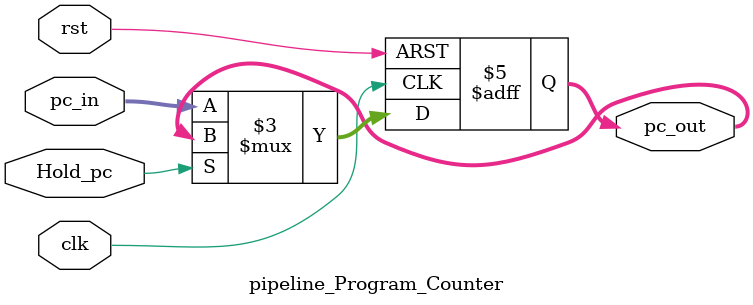
<source format=v>
module pipeline_Program_Counter #(parameter WIDTH = 32)
(
	input wire 			   clk,
	input wire 			   rst,
	input wire 			   Hold_pc,
	input wire [WIDTH-1:0] pc_in,
	output reg [WIDTH-1:0] pc_out
);
	

	always @(posedge clk or posedge rst) begin
		if (rst) 
			pc_out <= 'b0;			
		else if (~Hold_pc)
			pc_out <= pc_in;
	end

endmodule
</source>
